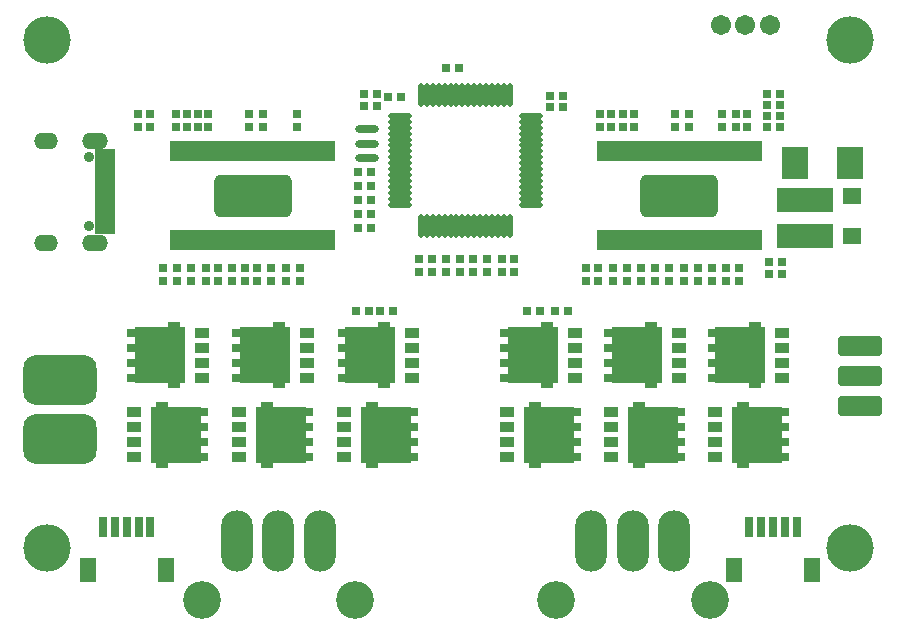
<source format=gts>
G04 Layer_Color=8388736*
%FSLAX25Y25*%
%MOIN*%
G70*
G01*
G75*
G04:AMPARAMS|DCode=70|XSize=27.62mil|YSize=29.59mil|CornerRadius=4.95mil|HoleSize=0mil|Usage=FLASHONLY|Rotation=270.000|XOffset=0mil|YOffset=0mil|HoleType=Round|Shape=RoundedRectangle|*
%AMROUNDEDRECTD70*
21,1,0.02762,0.01968,0,0,270.0*
21,1,0.01772,0.02959,0,0,270.0*
1,1,0.00991,-0.00984,-0.00886*
1,1,0.00991,-0.00984,0.00886*
1,1,0.00991,0.00984,0.00886*
1,1,0.00991,0.00984,-0.00886*
%
%ADD70ROUNDEDRECTD70*%
%ADD71R,0.18516X0.08280*%
%ADD72R,0.04737X0.03753*%
%ADD73R,0.05052X0.03084*%
%ADD74R,0.16942X0.18910*%
%ADD75R,0.04363X0.04343*%
%ADD76O,0.07887X0.02768*%
G04:AMPARAMS|DCode=77|XSize=258mil|YSize=141.86mil|CornerRadius=20.73mil|HoleSize=0mil|Usage=FLASHONLY|Rotation=0.000|XOffset=0mil|YOffset=0mil|HoleType=Round|Shape=RoundedRectangle|*
%AMROUNDEDRECTD77*
21,1,0.25800,0.10039,0,0,0.0*
21,1,0.21654,0.14186,0,0,0.0*
1,1,0.04147,0.10827,-0.05020*
1,1,0.04147,-0.10827,-0.05020*
1,1,0.04147,-0.10827,0.05020*
1,1,0.04147,0.10827,0.05020*
%
%ADD77ROUNDEDRECTD77*%
%ADD78R,0.01981X0.06902*%
%ADD79R,0.07099X0.01981*%
%ADD80O,0.01902X0.07870*%
%ADD81O,0.07870X0.01902*%
%ADD82C,0.06706*%
G04:AMPARAMS|DCode=83|XSize=27.62mil|YSize=29.59mil|CornerRadius=4.95mil|HoleSize=0mil|Usage=FLASHONLY|Rotation=180.000|XOffset=0mil|YOffset=0mil|HoleType=Round|Shape=RoundedRectangle|*
%AMROUNDEDRECTD83*
21,1,0.02762,0.01968,0,0,180.0*
21,1,0.01772,0.02959,0,0,180.0*
1,1,0.00991,-0.00886,0.00984*
1,1,0.00991,0.00886,0.00984*
1,1,0.00991,0.00886,-0.00984*
1,1,0.00991,-0.00886,-0.00984*
%
%ADD83ROUNDEDRECTD83*%
%ADD84R,0.05524X0.07887*%
%ADD85R,0.03162X0.06902*%
G04:AMPARAMS|DCode=86|XSize=67.06mil|YSize=145.79mil|CornerRadius=11.38mil|HoleSize=0mil|Usage=FLASHONLY|Rotation=90.000|XOffset=0mil|YOffset=0mil|HoleType=Round|Shape=RoundedRectangle|*
%AMROUNDEDRECTD86*
21,1,0.06706,0.12303,0,0,90.0*
21,1,0.04429,0.14579,0,0,90.0*
1,1,0.02276,0.06152,0.02215*
1,1,0.02276,0.06152,-0.02215*
1,1,0.02276,-0.06152,-0.02215*
1,1,0.02276,-0.06152,0.02215*
%
%ADD86ROUNDEDRECTD86*%
%ADD87R,0.06312X0.05524*%
%ADD88R,0.08674X0.10642*%
G04:AMPARAMS|DCode=89|XSize=165.48mil|YSize=244.22mil|CornerRadius=43.37mil|HoleSize=0mil|Usage=FLASHONLY|Rotation=270.000|XOffset=0mil|YOffset=0mil|HoleType=Round|Shape=RoundedRectangle|*
%AMROUNDEDRECTD89*
21,1,0.16548,0.15748,0,0,270.0*
21,1,0.07874,0.24422,0,0,270.0*
1,1,0.08674,-0.07874,-0.03937*
1,1,0.08674,-0.07874,0.03937*
1,1,0.08674,0.07874,0.03937*
1,1,0.08674,0.07874,-0.03937*
%
%ADD89ROUNDEDRECTD89*%
%ADD90C,0.12611*%
%ADD91O,0.10642X0.20485*%
%ADD92C,0.03556*%
%ADD93O,0.07887X0.05524*%
%ADD94O,0.08674X0.05524*%
%ADD95C,0.15761*%
D70*
X34199Y-24655D02*
D03*
Y-28986D02*
D03*
X202829Y-75960D02*
D03*
Y-80291D02*
D03*
X216854Y-75960D02*
D03*
Y-80291D02*
D03*
X188804Y-75960D02*
D03*
Y-80291D02*
D03*
X188122Y-29065D02*
D03*
Y-24735D02*
D03*
X191856Y-29065D02*
D03*
Y-24735D02*
D03*
X193479Y-75960D02*
D03*
Y-80291D02*
D03*
X207504Y-75960D02*
D03*
Y-80291D02*
D03*
X221529Y-75960D02*
D03*
Y-80291D02*
D03*
X225089Y-28986D02*
D03*
Y-24655D02*
D03*
X229689D02*
D03*
Y-28986D02*
D03*
X233189D02*
D03*
Y-24655D02*
D03*
X61540Y-75960D02*
D03*
Y-80291D02*
D03*
X74689Y-75960D02*
D03*
Y-80291D02*
D03*
X47867Y-75960D02*
D03*
Y-80291D02*
D03*
X46562Y-28986D02*
D03*
Y-24655D02*
D03*
X50196Y-28986D02*
D03*
Y-24655D02*
D03*
X52989Y-75960D02*
D03*
Y-80291D02*
D03*
X66098Y-75960D02*
D03*
Y-80291D02*
D03*
X79771Y-75960D02*
D03*
Y-80291D02*
D03*
X83329Y-29054D02*
D03*
Y-24724D02*
D03*
X30329Y-24655D02*
D03*
Y-28986D02*
D03*
X132986Y-77254D02*
D03*
Y-72924D02*
D03*
X142083D02*
D03*
Y-77254D02*
D03*
X183829Y-80291D02*
D03*
Y-75960D02*
D03*
X179589Y-80291D02*
D03*
Y-75960D02*
D03*
X184389Y-24735D02*
D03*
Y-29065D02*
D03*
X195589D02*
D03*
Y-24735D02*
D03*
X198154Y-80291D02*
D03*
Y-75960D02*
D03*
X209316Y-28986D02*
D03*
Y-24655D02*
D03*
X214117D02*
D03*
Y-28986D02*
D03*
X212179Y-80291D02*
D03*
Y-75960D02*
D03*
X226204Y-80291D02*
D03*
Y-75960D02*
D03*
X230789D02*
D03*
Y-80291D02*
D03*
X146632Y-72924D02*
D03*
Y-77254D02*
D03*
X43310Y-80291D02*
D03*
Y-75960D02*
D03*
X38752Y-80291D02*
D03*
Y-75960D02*
D03*
X42929Y-24655D02*
D03*
Y-28986D02*
D03*
X53829D02*
D03*
Y-24655D02*
D03*
X56983Y-80291D02*
D03*
Y-75960D02*
D03*
X67317Y-29054D02*
D03*
Y-24724D02*
D03*
X72117Y-24724D02*
D03*
Y-29054D02*
D03*
X69889Y-80365D02*
D03*
Y-76035D02*
D03*
X84329Y-80291D02*
D03*
Y-75960D02*
D03*
X128437Y-72924D02*
D03*
Y-77254D02*
D03*
X151689Y-77265D02*
D03*
Y-72935D02*
D03*
X137535Y-77254D02*
D03*
Y-72924D02*
D03*
X123889Y-77254D02*
D03*
Y-72924D02*
D03*
X155729Y-77254D02*
D03*
Y-72924D02*
D03*
D71*
X252700Y-65502D02*
D03*
Y-53298D02*
D03*
D72*
X210521Y-112556D02*
D03*
Y-107555D02*
D03*
Y-102556D02*
D03*
Y-97556D02*
D03*
X245160Y-112556D02*
D03*
Y-107555D02*
D03*
Y-102556D02*
D03*
Y-97556D02*
D03*
X153306Y-124206D02*
D03*
Y-129206D02*
D03*
Y-134205D02*
D03*
Y-139206D02*
D03*
X187945Y-124188D02*
D03*
Y-129188D02*
D03*
Y-134188D02*
D03*
Y-139188D02*
D03*
X222583Y-124188D02*
D03*
Y-129188D02*
D03*
Y-134188D02*
D03*
Y-139188D02*
D03*
X51529Y-112556D02*
D03*
Y-107555D02*
D03*
Y-102556D02*
D03*
Y-97556D02*
D03*
X86569Y-112556D02*
D03*
Y-107555D02*
D03*
Y-102556D02*
D03*
Y-97556D02*
D03*
X121610Y-112556D02*
D03*
Y-107555D02*
D03*
Y-102556D02*
D03*
Y-97556D02*
D03*
X28953Y-124206D02*
D03*
Y-129206D02*
D03*
Y-134205D02*
D03*
Y-139206D02*
D03*
X63993Y-124206D02*
D03*
Y-129206D02*
D03*
Y-134205D02*
D03*
Y-139206D02*
D03*
X99033Y-124206D02*
D03*
Y-129206D02*
D03*
Y-134205D02*
D03*
Y-139206D02*
D03*
X175883Y-112556D02*
D03*
Y-107555D02*
D03*
Y-102556D02*
D03*
Y-97556D02*
D03*
D73*
X188102Y-112556D02*
D03*
Y-102556D02*
D03*
Y-97556D02*
D03*
Y-107555D02*
D03*
X222741Y-112556D02*
D03*
Y-102556D02*
D03*
Y-97556D02*
D03*
Y-107555D02*
D03*
X175725Y-124206D02*
D03*
Y-134205D02*
D03*
Y-139206D02*
D03*
Y-129206D02*
D03*
X210364Y-124188D02*
D03*
Y-134188D02*
D03*
Y-139188D02*
D03*
Y-129188D02*
D03*
X245002Y-124188D02*
D03*
Y-134188D02*
D03*
Y-139188D02*
D03*
Y-129188D02*
D03*
X29110Y-112556D02*
D03*
Y-102556D02*
D03*
Y-97556D02*
D03*
Y-107555D02*
D03*
X64151Y-112556D02*
D03*
Y-102556D02*
D03*
Y-97556D02*
D03*
Y-107555D02*
D03*
X99191Y-112556D02*
D03*
Y-102556D02*
D03*
Y-97556D02*
D03*
Y-107555D02*
D03*
X51372Y-124206D02*
D03*
Y-134205D02*
D03*
Y-139206D02*
D03*
Y-129206D02*
D03*
X86412Y-124206D02*
D03*
Y-134205D02*
D03*
Y-139206D02*
D03*
Y-129206D02*
D03*
X121452Y-124206D02*
D03*
Y-134205D02*
D03*
Y-139206D02*
D03*
Y-129206D02*
D03*
X153464Y-112556D02*
D03*
Y-102556D02*
D03*
Y-97556D02*
D03*
Y-107555D02*
D03*
D74*
X196525Y-105055D02*
D03*
X231164D02*
D03*
X167302Y-131705D02*
D03*
X201941Y-131688D02*
D03*
X236579D02*
D03*
X37533Y-105055D02*
D03*
X72573D02*
D03*
X107614D02*
D03*
X42949Y-131705D02*
D03*
X77989D02*
D03*
X113029D02*
D03*
X161887Y-105055D02*
D03*
D75*
X201221Y-95955D02*
D03*
Y-114155D02*
D03*
X235860Y-95955D02*
D03*
Y-114155D02*
D03*
X162606Y-140805D02*
D03*
Y-122606D02*
D03*
X197245Y-140788D02*
D03*
Y-122588D02*
D03*
X231883Y-140788D02*
D03*
Y-122588D02*
D03*
X42229Y-95955D02*
D03*
Y-114155D02*
D03*
X77270Y-95955D02*
D03*
Y-114155D02*
D03*
X112310Y-95955D02*
D03*
Y-114155D02*
D03*
X38253Y-140805D02*
D03*
Y-122606D02*
D03*
X73293Y-140805D02*
D03*
Y-122606D02*
D03*
X108333Y-140805D02*
D03*
Y-122606D02*
D03*
X166583Y-95955D02*
D03*
Y-114155D02*
D03*
D76*
X106517Y-39309D02*
D03*
Y-34589D02*
D03*
Y-29869D02*
D03*
D77*
X210793Y-51885D02*
D03*
X68561D02*
D03*
D78*
X237368Y-66647D02*
D03*
X235399D02*
D03*
X233431D02*
D03*
X231462D02*
D03*
X229494D02*
D03*
X227525D02*
D03*
X225557D02*
D03*
X223588D02*
D03*
X221620D02*
D03*
X219651D02*
D03*
X217683D02*
D03*
X215714D02*
D03*
X213746D02*
D03*
X211777D02*
D03*
X209809D02*
D03*
X207840D02*
D03*
X205872D02*
D03*
X203903D02*
D03*
X201935D02*
D03*
X199966D02*
D03*
X197998D02*
D03*
X196029D02*
D03*
X194061D02*
D03*
X192092D02*
D03*
X190124D02*
D03*
X188155D02*
D03*
X186187D02*
D03*
X184218D02*
D03*
Y-37121D02*
D03*
X186187D02*
D03*
X188155D02*
D03*
X190124D02*
D03*
X192092D02*
D03*
X194061D02*
D03*
X196029D02*
D03*
X197998D02*
D03*
X199966D02*
D03*
X201935D02*
D03*
X203903D02*
D03*
X205872D02*
D03*
X207840D02*
D03*
X209809D02*
D03*
X211777D02*
D03*
X213746D02*
D03*
X215714D02*
D03*
X217683D02*
D03*
X219651D02*
D03*
X221620D02*
D03*
X223588D02*
D03*
X225557D02*
D03*
X227525D02*
D03*
X229494D02*
D03*
X231462D02*
D03*
X233431D02*
D03*
X235399D02*
D03*
X237368D02*
D03*
X95136Y-66647D02*
D03*
X93167D02*
D03*
X91199D02*
D03*
X89230D02*
D03*
X87262D02*
D03*
X85293D02*
D03*
X83325D02*
D03*
X81356D02*
D03*
X79388D02*
D03*
X77419D02*
D03*
X75451D02*
D03*
X73482D02*
D03*
X71514D02*
D03*
X69545D02*
D03*
X67577D02*
D03*
X65608D02*
D03*
X63640D02*
D03*
X61671D02*
D03*
X59703D02*
D03*
X57734D02*
D03*
X55766D02*
D03*
X53797D02*
D03*
X51829D02*
D03*
X49860D02*
D03*
X47892D02*
D03*
X45923D02*
D03*
X43955D02*
D03*
X41986D02*
D03*
Y-37121D02*
D03*
X43955D02*
D03*
X45923D02*
D03*
X47892D02*
D03*
X49860D02*
D03*
X51829D02*
D03*
X53797D02*
D03*
X55766D02*
D03*
X57734D02*
D03*
X59703D02*
D03*
X61671D02*
D03*
X63640D02*
D03*
X65608D02*
D03*
X67577D02*
D03*
X69545D02*
D03*
X71514D02*
D03*
X73482D02*
D03*
X75451D02*
D03*
X77419D02*
D03*
X79388D02*
D03*
X81356D02*
D03*
X83325D02*
D03*
X85293D02*
D03*
X87262D02*
D03*
X89230D02*
D03*
X91199D02*
D03*
X93167D02*
D03*
X95136D02*
D03*
D79*
X19379Y-41710D02*
D03*
Y-40529D02*
D03*
Y-37379D02*
D03*
Y-38560D02*
D03*
Y-43678D02*
D03*
Y-45647D02*
D03*
Y-47615D02*
D03*
Y-49584D02*
D03*
Y-51552D02*
D03*
Y-53521D02*
D03*
Y-55488D02*
D03*
Y-57458D02*
D03*
X19379Y-59426D02*
D03*
Y-60608D02*
D03*
X19379Y-62576D02*
D03*
X19379Y-63757D02*
D03*
D80*
X124665Y-18271D02*
D03*
X126634D02*
D03*
X128602D02*
D03*
X130571D02*
D03*
X132539D02*
D03*
X134508D02*
D03*
X136476D02*
D03*
X138445D02*
D03*
X140413D02*
D03*
X142382D02*
D03*
X144350D02*
D03*
X146319D02*
D03*
X148287D02*
D03*
X150256D02*
D03*
X152224D02*
D03*
X154193D02*
D03*
Y-61971D02*
D03*
X152224D02*
D03*
X150256D02*
D03*
X148287D02*
D03*
X146319D02*
D03*
X144350D02*
D03*
X142382D02*
D03*
X140413D02*
D03*
X138445D02*
D03*
X136476D02*
D03*
X134508D02*
D03*
X132539D02*
D03*
X130571D02*
D03*
X128602D02*
D03*
X126634D02*
D03*
X124665D02*
D03*
D81*
X161279Y-25357D02*
D03*
Y-27325D02*
D03*
Y-29294D02*
D03*
Y-31262D02*
D03*
Y-33231D02*
D03*
Y-35199D02*
D03*
Y-37168D02*
D03*
Y-39136D02*
D03*
Y-41105D02*
D03*
Y-43073D02*
D03*
Y-45041D02*
D03*
Y-47010D02*
D03*
Y-48978D02*
D03*
Y-50947D02*
D03*
Y-52916D02*
D03*
Y-54884D02*
D03*
X117579Y-54884D02*
D03*
Y-52916D02*
D03*
Y-50947D02*
D03*
Y-48978D02*
D03*
Y-47010D02*
D03*
Y-45041D02*
D03*
Y-43073D02*
D03*
Y-41105D02*
D03*
Y-39136D02*
D03*
Y-37168D02*
D03*
Y-35199D02*
D03*
Y-33231D02*
D03*
Y-31262D02*
D03*
Y-29294D02*
D03*
Y-27325D02*
D03*
Y-25357D02*
D03*
D82*
X224589Y5000D02*
D03*
X232739D02*
D03*
X240889D02*
D03*
D83*
X173582Y-90489D02*
D03*
X169251D02*
D03*
X244354Y-29000D02*
D03*
X240024D02*
D03*
X164394Y-90489D02*
D03*
X160064D02*
D03*
X240124Y-21600D02*
D03*
X244454D02*
D03*
X103051Y-90489D02*
D03*
X107382D02*
D03*
X111164D02*
D03*
X115495D02*
D03*
X132924Y-9400D02*
D03*
X137254D02*
D03*
X105624Y-22000D02*
D03*
X109954D02*
D03*
X103824Y-48750D02*
D03*
X108154D02*
D03*
X103824Y-44100D02*
D03*
X108154D02*
D03*
X240524Y-78100D02*
D03*
X244854D02*
D03*
Y-74000D02*
D03*
X240524D02*
D03*
X240124Y-18000D02*
D03*
X244454D02*
D03*
X244389Y-25400D02*
D03*
X240058D02*
D03*
X103824Y-53400D02*
D03*
X108154D02*
D03*
X103824Y-58050D02*
D03*
X108154D02*
D03*
X171882Y-18689D02*
D03*
X167551D02*
D03*
X105624Y-18100D02*
D03*
X109954D02*
D03*
X103824Y-62700D02*
D03*
X108154D02*
D03*
X171882Y-22489D02*
D03*
X167551D02*
D03*
X113824Y-19000D02*
D03*
X118154D02*
D03*
D84*
X13637Y-176791D02*
D03*
X39621D02*
D03*
X229032D02*
D03*
X255016D02*
D03*
D85*
X34503Y-162420D02*
D03*
X30566D02*
D03*
X26629D02*
D03*
X22692D02*
D03*
X18755D02*
D03*
X249898D02*
D03*
X245961D02*
D03*
X242024D02*
D03*
X238087D02*
D03*
X234150D02*
D03*
D86*
X271017Y-101989D02*
D03*
Y-111989D02*
D03*
Y-121989D02*
D03*
D87*
X268489Y-65493D02*
D03*
Y-52107D02*
D03*
D88*
X267781Y-41020D02*
D03*
X249277D02*
D03*
D89*
X4349Y-133148D02*
D03*
Y-113463D02*
D03*
D90*
X220864Y-186706D02*
D03*
X169683D02*
D03*
X102753D02*
D03*
X51572D02*
D03*
D91*
X195273Y-167020D02*
D03*
X181494D02*
D03*
X209053D02*
D03*
X77163D02*
D03*
X63384D02*
D03*
X90943D02*
D03*
D92*
X13942Y-39195D02*
D03*
Y-61951D02*
D03*
D93*
X-428Y-33566D02*
D03*
X-429Y-67581D02*
D03*
D94*
X16028Y-67581D02*
D03*
X16028Y-33566D02*
D03*
D95*
X267717Y0D02*
D03*
X0Y-169323D02*
D03*
Y0D02*
D03*
X267717Y-169323D02*
D03*
M02*

</source>
